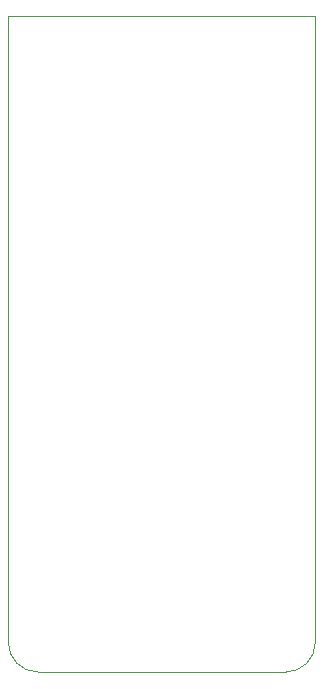
<source format=gm1>
G04 #@! TF.FileFunction,Profile,NP*
%FSLAX46Y46*%
G04 Gerber Fmt 4.6, Leading zero omitted, Abs format (unit mm)*
G04 Created by KiCad (PCBNEW 4.0.5+dfsg1-4~bpo8+1) date Sat Jun 24 18:36:41 2017*
%MOMM*%
%LPD*%
G01*
G04 APERTURE LIST*
%ADD10C,0.100000*%
G04 APERTURE END LIST*
D10*
X161000000Y-46500000D02*
X161000000Y-93500000D01*
X161000000Y-46000000D02*
X161000000Y-46500000D01*
X161000000Y-93500000D02*
X161000000Y-99000000D01*
X187000000Y-99000000D02*
X187000000Y-93500000D01*
X163500000Y-101500000D02*
X184500000Y-101500000D01*
X161000000Y-99000000D02*
G75*
G03X163500000Y-101500000I2500000J0D01*
G01*
X184500000Y-101500000D02*
G75*
G03X187000000Y-99000000I0J2500000D01*
G01*
X161000000Y-46000000D02*
X187000000Y-46000000D01*
X187000000Y-93500000D02*
X187000000Y-46000000D01*
M02*

</source>
